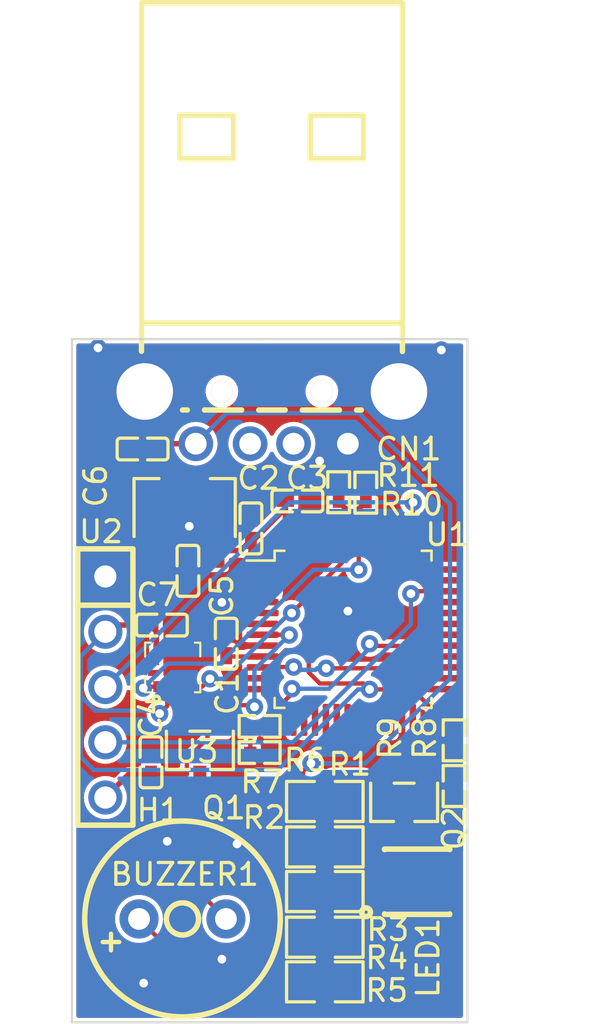
<source format=kicad_pcb>
(kicad_pcb (version 20211014) (generator pcbnew)
  (layers (0 "F.Cu" signal) (31 "B.Cu" signal) (34 "B.Paste" user) (35 "F.Paste" user) (36 "B.SilkS" user "B.Silkscreen") (37 "F.SilkS" user "F.Silkscreen") (38 "B.Mask" user) (39 "F.Mask" user) (44 "Edge.Cuts" user))
  (net 0 "")
  (net 1 "+5V")
  (net 2 "Net-(BUZZER1-Pad2)")
  (net 3 "+3.3V")
  (net 4 "GND")
  (net 5 "/NRST")
  (net 8 "/SWDIO")
  (net 9 "/SWCLK")
  (net 10 "Net-(LED1-Pad1)")
  (net 11 "Net-(LED1-Pad2)")
  (net 12 "Net-(Q1-Pad1)")
  (net 13 "Net-(Q2-Pad1)")
  (net 14 "/Buzzer")
  (net 15 "/LED")
  (net 16 "/SCL")
  (net 17 "/SDA")
  (footprint "easyeda2kicad:R0402" (layer "F.Cu") (at 159.475 78.5375 90)
    (fp_text reference "R11" (at 0.77 3.2 180) (layer "F.SilkS"))
    (fp_text value "10kΩ 0402 50V")
    (pad "1" smd rect locked (at -0.43 0 90) (size 0.57 0.54) (layers "F.Cu" "F.Paste" "F.Mask") (net 17 "/SDA"))
    (pad "2" smd rect locked (at 0.43 0 90) (size 0.57 0.54) (layers "F.Cu" "F.Paste" "F.Mask") (net 3 "+3.3V"))
  )
  (footprint "easyeda2kicad:LGA-12_L2.0-W2.0-P0.50-BL" (layer "F.Cu") (at 151.8375 86.5925)
    (fp_text reference "U3" (at 1.1 3.8575 180) (layer "F.SilkS"))
    (fp_text value "LIS2DH12TR")
    (pad "1" smd rect locked (at -0.75 0.88) (size 0.28 0.5) (layers "F.Cu" "F.Paste" "F.Mask") (net 16 "/SCL"))
    (pad "2" smd rect locked (at -0.25 0.88) (size 0.28 0.5) (layers "F.Cu" "F.Paste" "F.Mask") (net 3 "+3.3V"))
    (pad "3" smd rect locked (at 0.25 0.88) (size 0.28 0.5) (layers "F.Cu" "F.Paste" "F.Mask"))
    (pad "4" smd rect locked (at 0.75 0.88) (size 0.28 0.5) (layers "F.Cu" "F.Paste" "F.Mask") (net 17 "/SDA"))
    (pad "5" smd rect locked (at 0.88 0.25) (size 0.5 0.28) (layers "F.Cu" "F.Paste" "F.Mask") (net 4 "GND"))
    (pad "6" smd rect locked (at 0.88 -0.25) (size 0.5 0.28) (layers "F.Cu" "F.Paste" "F.Mask") (net 4 "GND"))
    (pad "7" smd rect locked (at 0.75 -0.88) (size 0.28 0.5) (layers "F.Cu" "F.Paste" "F.Mask") (net 4 "GND"))
    (pad "8" smd rect locked (at 0.25 -0.88) (size 0.28 0.5) (layers "F.Cu" "F.Paste" "F.Mask") (net 4 "GND"))
    (pad "9" smd rect locked (at -0.25 -0.88) (size 0.28 0.5) (layers "F.Cu" "F.Paste" "F.Mask") (net 4 "GND"))
    (pad "10" smd rect locked (at -0.75 -0.88) (size 0.28 0.5) (layers "F.Cu" "F.Paste" "F.Mask") (net 3 "+3.3V"))
    (pad "11" smd rect locked (at -0.88 -0.25) (size 0.5 0.28) (layers "F.Cu" "F.Paste" "F.Mask"))
    (pad "12" smd rect locked (at -0.88 0.25) (size 0.5 0.28) (layers "F.Cu" "F.Paste" "F.Mask"))
  )
  (footprint "easyeda2kicad:R0805" (layer "F.Cu") (at 158.8375 96.89 180)
    (fp_text reference "R3" (at -2.9 -1.75) (layer "F.SilkS"))
    (fp_text value "33Ω")
    (pad "1" smd rect locked (at -1 0 180) (size 1.13 1.38) (layers "F.Cu" "F.Paste" "F.Mask") (net 10 "Net-(LED1-Pad1)"))
    (pad "2" smd rect locked (at 1 0 180) (size 1.13 1.38) (layers "F.Cu" "F.Paste" "F.Mask") (net 1 "+5V"))
  )
  (footprint "easyeda2kicad:R0402" (layer "F.Cu") (at 155.8375 89.3 180)
    (fp_text reference "R6" (at -2.1 -1.55 180) (layer "F.SilkS"))
    (fp_text value "100Ω 0402 50V")
    (pad "1" smd rect locked (at -0.43 0 180) (size 0.57 0.54) (layers "F.Cu" "F.Paste" "F.Mask") (net 14 "/Buzzer"))
    (pad "2" smd rect locked (at 0.43 0 180) (size 0.57 0.54) (layers "F.Cu" "F.Paste" "F.Mask") (net 12 "Net-(Q1-Pad1)"))
  )
  (footprint "easyeda2kicad:C0402" (layer "F.Cu") (at 150.45 76.55)
    (fp_text reference "C6" (at -2.1625 1.7 90) (layer "F.SilkS"))
    (fp_text value "1uF 25V")
    (pad "1" smd rect locked (at -0.55 0) (size 0.79 0.54) (layers "F.Cu" "F.Paste" "F.Mask") (net 4 "GND"))
    (pad "2" smd rect locked (at 0.55 0) (size 0.79 0.54) (layers "F.Cu" "F.Paste" "F.Mask") (net 1 "+5V"))
  )
  (footprint "easyeda2kicad:C0402" (layer "F.Cu") (at 152.5375 82.15 90)
    (fp_text reference "C5" (at -1.15 1.5625 270) (layer "F.SilkS"))
    (fp_text value "1uF 25V")
    (pad "1" smd rect locked (at -0.55 0 90) (size 0.79 0.54) (layers "F.Cu" "F.Paste" "F.Mask") (net 4 "GND"))
    (pad "2" smd rect locked (at 0.55 0 90) (size 0.79 0.54) (layers "F.Cu" "F.Paste" "F.Mask") (net 3 "+3.3V"))
  )
  (footprint "easyeda2kicad:SOT-89-3_L4.5-W2.5-P1.50-LS4.2-BR" (layer "F.Cu") (at 152.3875 79.86 -90)
    (fp_text reference "U2" (at 0.49 3.85) (layer "F.SilkS"))
    (fp_text value "HT7533-1_C14289")
    (pad "1" smd rect locked (at 1.36 1.5 270) (size 1.58 0.67) (layers "F.Cu" "F.Paste" "F.Mask") (net 4 "GND"))
    (pad "2" smd custom locked (at -1.36 0) (size 1 1) (layers "F.Cu" "F.Paste" "F.Mask") (net 1 "+5V") (options (clearance outline) (anchor circle)) (primitives (gr_poly (pts (xy -2.28 -0.95) (xy -0.43 -0.95) (xy -0.38 -0.95) (xy -0.34 -0.95) (xy -0.29 -0.94) (xy -0.25 -0.93) (xy -0.2 -0.92) (xy -0.16 -0.91) (xy -0.12 -0.9) (xy -0.08 -0.88) (xy -0.04 -0.87) (xy 0 -0.85) (xy 0.04 -0.83) (xy 0.08 -0.8) (xy 0.12 -0.78) (xy 0.15 -0.75) (xy 0.19 -0.72) (xy 0.22 -0.69) (xy 0.25 -0.66) (xy 0.28 -0.63) (xy 0.31 -0.6) (xy 0.34 -0.56) (xy 0.37 -0.53) (xy 0.39 -0.49) (xy 0.41 -0.45) (xy 0.43 -0.41) (xy 0.45 -0.33) (xy 2.15 -0.33) (xy 2.15 0.33) (xy 0.45 0.33) (xy 0.43 0.41) (xy 0.41 0.45) (xy 0.39 0.49) (xy 0.37 0.53) (xy 0.34 0.56) (xy 0.31 0.6) (xy 0.28 0.63) (xy 0.25 0.66) (xy 0.22 0.7) (xy 0.19 0.72) (xy 0.15 0.75) (xy 0.12 0.78) (xy 0.08 0.8) (xy 0.04 0.83) (xy 0 0.85) (xy -0.04 0.87) (xy -0.08 0.88) (xy -0.12 0.9) (xy -0.16 0.91) (xy -0.2 0.92) (xy -0.25 0.93) (xy -0.29 0.94) (xy -0.34 0.95) (xy -0.38 0.95) (xy -0.43 0.95) (xy -2.28 0.95) (xy -2.32 0.95) (xy -2.37 0.95) (xy -2.41 0.94) (xy -2.46 0.93) (xy -2.5 0.92) (xy -2.54 0.91) (xy -2.59 0.9) (xy -2.63 0.88) (xy -2.67 0.87) (xy -2.71 0.85) (xy -2.75 0.83) (xy -2.79 0.8) (xy -2.82 0.78) (xy -2.86 0.75) (xy -2.89 0.72) (xy -2.93 0.7) (xy -2.96 0.66) (xy -2.99 0.63) (xy -3.02 0.6) (xy -3.05 0.56) (xy -3.07 0.53) (xy -3.09 0.49) (xy -3.12 0.45) (xy -3.14 0.41) (xy -3.16 0.37) (xy -3.17 0.33) (xy -3.19 0.29) (xy -3.2 0.24) (xy -3.21 0.2) (xy -3.22 0.16) (xy -3.22 0.11) (xy -3.23 0.07) (xy -3.23 0.02) (xy -3.23 -0.02) (xy -3.23 -0.07) (xy -3.22 -0.11) (xy -3.22 -0.15) (xy -3.21 -0.2) (xy -3.2 -0.24) (xy -3.19 -0.28) (xy -3.17 -0.33) (xy -3.16 -0.37) (xy -3.14 -0.41) (xy -3.12 -0.45) (xy -3.09 -0.49) (xy -3.07 -0.53) (xy -3.05 -0.56) (xy -3.02 -0.6) (xy -2.99 -0.63) (xy -2.96 -0.66) (xy -2.93 -0.69) (xy -2.89 -0.72) (xy -2.86 -0.75) (xy -2.82 -0.78) (xy -2.79 -0.8) (xy -2.75 -0.83) (xy -2.71 -0.85) (xy -2.67 -0.87) (xy -2.63 -0.88) (xy -2.59 -0.9) (xy -2.54 -0.91) (xy -2.5 -0.92) (xy -2.46 -0.93) (xy -2.41 -0.94) (xy -2.37 -0.95) (xy -2.32 -0.95) (xy -2.28 -0.95)) (width 0.1) (fill yes))))
    (pad "3" smd rect locked (at 1.36 -1.5 270) (size 1.58 0.67) (layers "F.Cu" "F.Paste" "F.Mask") (net 3 "+3.3V"))
  )
  (footprint "easyeda2kicad:R0402" (layer "F.Cu") (at 164.7875 92.04 90)
    (fp_text reference "R9" (at 2.2 -2.95 90) (layer "F.SilkS"))
    (fp_text value "10kΩ 0402 50V")
    (pad "1" smd rect locked (at -0.43 0 90) (size 0.57 0.54) (layers "F.Cu" "F.Paste" "F.Mask") (net 4 "GND"))
    (pad "2" smd rect locked (at 0.43 0 90) (size 0.57 0.54) (layers "F.Cu" "F.Paste" "F.Mask") (net 13 "Net-(Q2-Pad1)"))
  )
  (footprint "easyeda2kicad:C0402_NEW" (layer "F.Cu") (at 150.8375 90.95 -90)
    (fp_text reference "C4" (at -2.1 0 90) (layer "F.SilkS"))
    (fp_text value "16V 100nF")
    (pad "1" smd rect locked (at -0.55 0 270) (size 0.79 0.54) (layers "F.Cu" "F.Paste" "F.Mask") (net 4 "GND"))
    (pad "2" smd rect locked (at 0.55 0 270) (size 0.79 0.54) (layers "F.Cu" "F.Paste" "F.Mask") (net 5 "/NRST"))
  )
  (footprint "easyeda2kicad:R0805" (layer "F.Cu") (at 158.8375 98.99 180)
    (fp_text reference "R4" (at -2.85 -0.95) (layer "F.SilkS"))
    (fp_text value "33Ω")
    (pad "1" smd rect locked (at -1 0 180) (size 1.13 1.38) (layers "F.Cu" "F.Paste" "F.Mask") (net 10 "Net-(LED1-Pad1)"))
    (pad "2" smd rect locked (at 1 0 180) (size 1.13 1.38) (layers "F.Cu" "F.Paste" "F.Mask") (net 1 "+5V"))
  )
  (footprint "easyeda2kicad:R0402" (layer "F.Cu") (at 164.7875 89.94 -90)
    (fp_text reference "R8" (at -0.1 1.35 90) (layer "F.SilkS"))
    (fp_text value "100Ω 0402 50V")
    (pad "1" smd rect locked (at -0.43 0 270) (size 0.57 0.54) (layers "F.Cu" "F.Paste" "F.Mask") (net 15 "/LED"))
    (pad "2" smd rect locked (at 0.43 0 270) (size 0.57 0.54) (layers "F.Cu" "F.Paste" "F.Mask") (net 13 "Net-(Q2-Pad1)"))
  )
  (footprint "easyeda2kicad:LED-SMD_L3.0-W3.0_WHITE" (layer "F.Cu") (at 162.7375 96.44)
    (fp_text reference "LED1" (at 0.85 3.5 90) (layer "F.SilkS"))
    (fp_text value "XL-3030UWC-1W-3V")
    (pad "1" smd rect locked (at -1 0 180) (size 1 2.5) (layers "F.Cu" "F.Paste" "F.Mask") (net 10 "Net-(LED1-Pad1)"))
    (pad "2" smd rect locked (at 1 0 180) (size 2.2 2.5) (layers "F.Cu" "F.Paste" "F.Mask") (net 11 "Net-(LED1-Pad2)"))
  )
  (footprint "easyeda2kicad:R0805" (layer "F.Cu") (at 158.8375 92.75 180)
    (fp_text reference "R1" (at -1.15 1.71) (layer "F.SilkS"))
    (fp_text value "33Ω")
    (pad "1" smd rect locked (at -1 0 180) (size 1.13 1.38) (layers "F.Cu" "F.Paste" "F.Mask") (net 10 "Net-(LED1-Pad1)"))
    (pad "2" smd rect locked (at 1 0 180) (size 1.13 1.38) (layers "F.Cu" "F.Paste" "F.Mask") (net 1 "+5V"))
  )
  (footprint "easyeda2kicad:C0402" (layer "F.Cu") (at 155.4375 80.2 -90)
    (fp_text reference "C2" (at -2.3 -0.35) (layer "F.SilkS"))
    (fp_text value "1uF 25V")
    (pad "1" smd rect locked (at -0.55 0 270) (size 0.79 0.54) (layers "F.Cu" "F.Paste" "F.Mask") (net 4 "GND"))
    (pad "2" smd rect locked (at 0.55 0 270) (size 0.79 0.54) (layers "F.Cu" "F.Paste" "F.Mask") (net 3 "+3.3V"))
  )
  (footprint "easyeda2kicad:SOT-23-3_L2.9-W1.6-P1.90-LS2.8-BR" (layer "F.Cu") (at 162.4875 92.79 90)
    (fp_text reference "Q2" (at -1.2 2.3 270) (layer "F.SilkS"))
    (fp_text value "AO3400A")
    (pad "1" smd rect locked (at 1.24 0.95 90) (size 1.07 0.6) (layers "F.Cu" "F.Paste" "F.Mask") (net 13 "Net-(Q2-Pad1)"))
    (pad "2" smd rect locked (at 1.24 -0.95 90) (size 1.07 0.6) (layers "F.Cu" "F.Paste" "F.Mask") (net 4 "GND"))
    (pad "3" smd rect locked (at -1.24 0 90) (size 1.07 0.6) (layers "F.Cu" "F.Paste" "F.Mask") (net 11 "Net-(LED1-Pad2)"))
  )
  (footprint "easyeda2kicad:R0402" (layer "F.Cu") (at 155.8375 90.5 180)
    (fp_text reference "R7" (at -0.1 -1.35 180) (layer "F.SilkS"))
    (fp_text value "10kΩ 0402 50V")
    (pad "1" smd rect locked (at -0.43 0 180) (size 0.57 0.54) (layers "F.Cu" "F.Paste" "F.Mask") (net 4 "GND"))
    (pad "2" smd rect locked (at 0.43 0 180) (size 0.57 0.54) (layers "F.Cu" "F.Paste" "F.Mask") (net 12 "Net-(Q1-Pad1)"))
  )
  (footprint "easyeda2kicad:BUZ-TH_BD9.0-P4.00-D0.6-FD" (layer "F.Cu") (at 152.2875 98.15)
    (fp_text reference "BUZZER1" (at 0.1 -2.05) (layer "F.SilkS"))
    (fp_text value "Buzzer 2-5V")
    (fp_text user "+" (at -4.04 0.99) (layer "F.SilkS") (effects (font (thickness 0.2)) (justify left)))
    (pad "1" thru_hole circle locked (at -2 0) (size 1.8 1.8) (drill 0.999998) (layers *.Cu *.Paste *.Mask) (net 1 "+5V"))
    (pad "2" thru_hole circle locked (at 2 0) (size 1.8 1.8) (drill 0.999998) (layers *.Cu *.Paste *.Mask) (net 2 "Net-(BUZZER1-Pad2)"))
  )
  (footprint "easyeda2kicad:R0402" (layer "F.Cu") (at 160.725 78.5575 90)
    (fp_text reference "R10" (at -0.53 2.1 180) (layer "F.SilkS"))
    (fp_text value "10kΩ 0402 50V")
    (pad "1" smd rect locked (at -0.43 0 90) (size 0.57 0.54) (layers "F.Cu" "F.Paste" "F.Mask") (net 16 "/SCL"))
    (pad "2" smd rect locked (at 0.43 0 90) (size 0.57 0.54) (layers "F.Cu" "F.Paste" "F.Mask") (net 3 "+3.3V"))
  )
  (footprint "easyeda2kicad:R0805" (layer "F.Cu") (at 158.8375 94.84 180)
    (fp_text reference "R2" (at 2.8 1.35) (layer "F.SilkS"))
    (fp_text value "33Ω")
    (pad "1" smd rect locked (at -1 0 180) (size 1.13 1.38) (layers "F.Cu" "F.Paste" "F.Mask") (net 10 "Net-(LED1-Pad1)"))
    (pad "2" smd rect locked (at 1 0 180) (size 1.13 1.38) (layers "F.Cu" "F.Paste" "F.Mask") (net 1 "+5V"))
  )
  (footprint "easyeda2kicad:R0805" (layer "F.Cu") (at 158.8375 101.04 180)
    (fp_text reference "R5" (at -2.85 -0.4) (layer "F.SilkS"))
    (fp_text value "33Ω")
    (pad "1" smd rect locked (at -1 0 180) (size 1.13 1.38) (layers "F.Cu" "F.Paste" "F.Mask") (net 10 "Net-(LED1-Pad1)"))
    (pad "2" smd rect locked (at 1 0 180) (size 1.13 1.38) (layers "F.Cu" "F.Paste" "F.Mask") (net 1 "+5V"))
  )
  (footprint "easyeda2kicad:C0402" (layer "F.Cu") (at 154.3 85.5 -90)
    (fp_text reference "C1" (at 2.3 -0.05 90) (layer "F.SilkS"))
    (fp_text value "1uF 25V")
    (pad "1" smd rect locked (at -0.55 0 270) (size 0.79 0.54) (layers "F.Cu" "F.Paste" "F.Mask") (net 4 "GND"))
    (pad "2" smd rect locked (at 0.55 0 270) (size 0.79 0.54) (layers "F.Cu" "F.Paste" "F.Mask") (net 3 "+3.3V"))
  )
  (footprint "easyeda2kicad:C0402" (layer "F.Cu") (at 157.575 78.9375 180)
    (fp_text reference "C3" (at -0.45 1.05) (layer "F.SilkS"))
    (fp_text value "1uF 25V")
    (pad "1" smd rect locked (at -0.55 0 180) (size 0.79 0.54) (layers "F.Cu" "F.Paste" "F.Mask") (net 4 "GND"))
    (pad "2" smd rect locked (at 0.55 0 180) (size 0.79 0.54) (layers "F.Cu" "F.Paste" "F.Mask") (net 3 "+3.3V"))
  )
  (footprint "easyeda2kicad:USB-A-TH_AM90" (layer "F.Cu") (at 156.4 75.1075 180)
    (fp_text reference "CN1" (at -6.3 -1.4425) (layer "F.SilkS"))
    (fp_text value "USB Male")
    (pad "" thru_hole circle locked (at 2.3 1.2 180) (size 1 1) (drill 1) (layers *.Cu *.Mask))
    (pad "" thru_hole circle locked (at -2.3 1.2 180) (size 1 1) (drill 1) (layers *.Cu *.Mask))
    (pad "1" thru_hole circle locked (at 3.5 -1.2 90) (size 1.6 1.6) (drill 0.999998) (layers *.Cu *.Paste *.Mask) (net 1 "+5V"))
    (pad "2" thru_hole circle locked (at 1 -1.2 90) (size 1.6 1.6) (drill 0.999998) (layers *.Cu *.Paste *.Mask))
    (pad "3" thru_hole circle locked (at -1 -1.2 90) (size 1.6 1.6) (drill 0.999998) (layers *.Cu *.Paste *.Mask))
    (pad "4" thru_hole circle locked (at -3.5 -1.2 90) (size 1.6 1.6) (drill 0.999998) (layers *.Cu *.Paste *.Mask) (net 4 "GND"))
    (pad "MH1" thru_hole circle locked (at 5.85 1.2 90) (size 3.4 3.4) (drill 2.599995) (layers *.Cu *.Paste *.Mask) (net 4 "GND"))
    (pad "MH2" thru_hole circle locked (at -5.85 1.2 90) (size 3.4 3.4) (drill 2.599995) (layers *.Cu *.Paste *.Mask) (net 4 "GND"))
  )
  (footprint "easyeda2kicad:HDR-TH_5P-P2.54-V-F" (layer "F.Cu") (at 148.7375 87.49 -90)
    (fp_text reference "H1" (at 5.66 -2.45 180) (layer "F.SilkS"))
    (fp_text value "Header 2.54 5P Female")
    (pad "1" thru_hole rect locked (at -5.08 0 270) (size 1.57 1.57) (drill 1.020013) (layers *.Cu *.Paste *.Mask) (net 4 "GND"))
    (pad "2" thru_hole circle locked (at -2.54 0 270) (size 1.57 1.57) (drill 1.020013) (layers *.Cu *.Paste *.Mask) (net 3 "+3.3V"))
    (pad "3" thru_hole circle locked (at 0 0 270) (size 1.57 1.57) (drill 1.020013) (layers *.Cu *.Paste *.Mask) (net 9 "/SWCLK"))
    (pad "4" thru_hole circle locked (at 2.54 0 270) (size 1.57 1.57) (drill 1.020013) (layers *.Cu *.Paste *.Mask) (net 8 "/SWDIO"))
    (pad "5" thru_hole circle locked (at 5.08 0 270) (size 1.57 1.57) (drill 1.020013) (layers *.Cu *.Paste *.Mask) (net 5 "/NRST"))
  )
  (footprint "Package_QFP:LQFP-48_7x7mm_P0.5mm" (layer "F.Cu") (at 160.1375 84.8375)
    (fp_text reference "U1" (at 4.3375 -4.35) (layer "F.SilkS"))
    (fp_text value "STM32F030C8Tx")
    (pad "1" smd roundrect (at -4.1625 -2.75) (size 1.475 0.3) (layers "F.Cu" "F.Paste" "F.Mask") (net 3 "+3.3V"))
    (pad "2" smd roundrect (at -4.1625 -2.25) (size 1.475 0.3) (layers "F.Cu" "F.Paste" "F.Mask"))
    (pad "3" smd roundrect (at -4.1625 -1.75) (size 1.475 0.3) (layers "F.Cu" "F.Paste" "F.Mask"))
    (pad "4" smd roundrect (at -4.1625 -1.25) (size 1.475 0.3) (layers "F.Cu" "F.Paste" "F.Mask"))
    (pad "5" smd roundrect (at -4.1625 -0.75) (size 1.475 0.3) (layers "F.Cu" "F.Paste" "F.Mask"))
    (pad "6" smd roundrect (at -4.1625 -0.25) (size 1.475 0.3) (layers "F.Cu" "F.Paste" "F.Mask"))
    (pad "7" smd roundrect (at -4.1625 0.25) (size 1.475 0.3) (layers "F.Cu" "F.Paste" "F.Mask") (net 5 "/NRST"))
    (pad "8" smd roundrect (at -4.1625 0.75) (size 1.475 0.3) (layers "F.Cu" "F.Paste" "F.Mask") (net 4 "GND"))
    (pad "9" smd roundrect (at -4.1625 1.25) (size 1.475 0.3) (layers "F.Cu" "F.Paste" "F.Mask") (net 3 "+3.3V"))
    (pad "10" smd roundrect (at -4.1625 1.75) (size 1.475 0.3) (layers "F.Cu" "F.Paste" "F.Mask") (net 15 "/LED"))
    (pad "11" smd roundrect (at -4.1625 2.25) (size 1.475 0.3) (layers "F.Cu" "F.Paste" "F.Mask"))
    (pad "12" smd roundrect (at -4.1625 2.75) (size 1.475 0.3) (layers "F.Cu" "F.Paste" "F.Mask"))
    (pad "13" smd roundrect (at -2.75 4.1625) (size 0.3 1.475) (layers "F.Cu" "F.Paste" "F.Mask"))
    (pad "14" smd roundrect (at -2.25 4.1625) (size 0.3 1.475) (layers "F.Cu" "F.Paste" "F.Mask"))
    (pad "15" smd roundrect (at -1.75 4.1625) (size 0.3 1.475) (layers "F.Cu" "F.Paste" "F.Mask"))
    (pad "16" smd roundrect (at -1.25 4.1625) (size 0.3 1.475) (layers "F.Cu" "F.Paste" "F.Mask"))
    (pad "17" smd roundrect (at -0.75 4.1625) (size 0.3 1.475) (layers "F.Cu" "F.Paste" "F.Mask"))
    (pad "18" smd roundrect (at -0.25 4.1625) (size 0.3 1.475) (layers "F.Cu" "F.Paste" "F.Mask"))
    (pad "19" smd roundrect (at 0.25 4.1625) (size 0.3 1.475) (layers "F.Cu" "F.Paste" "F.Mask"))
    (pad "20" smd roundrect (at 0.75 4.1625) (size 0.3 1.475) (layers "F.Cu" "F.Paste" "F.Mask"))
    (pad "21" smd roundrect (at 1.25 4.1625) (size 0.3 1.475) (layers "F.Cu" "F.Paste" "F.Mask"))
    (pad "22" smd roundrect (at 1.75 4.1625) (size 0.3 1.475) (layers "F.Cu" "F.Paste" "F.Mask"))
    (pad "23" smd roundrect (at 2.25 4.1625) (size 0.3 1.475) (layers "F.Cu" "F.Paste" "F.Mask") (net 4 "GND"))
    (pad "24" smd roundrect (at 2.75 4.1625) (size 0.3 1.475) (layers "F.Cu" "F.Paste" "F.Mask") (net 3 "+3.3V"))
    (pad "25" smd roundrect (at 4.1625 2.75) (size 1.475 0.3) (layers "F.Cu" "F.Paste" "F.Mask"))
    (pad "26" smd roundrect (at 4.1625 2.25) (size 1.475 0.3) (layers "F.Cu" "F.Paste" "F.Mask"))
    (pad "27" smd roundrect (at 4.1625 1.75) (size 1.475 0.3) (layers "F.Cu" "F.Paste" "F.Mask"))
    (pad "28" smd roundrect (at 4.1625 1.25) (size 1.475 0.3) (layers "F.Cu" "F.Paste" "F.Mask"))
    (pad "29" smd roundrect (at 4.1625 0.75) (size 1.475 0.3) (layers "F.Cu" "F.Paste" "F.Mask") (net 14 "/Buzzer"))
    (pad "30" smd roundrect (at 4.1625 0.25) (size 1.475 0.3) (layers "F.Cu" "F.Paste" "F.Mask"))
    (pad "31" smd roundrect (at 4.1625 -0.25) (size 1.475 0.3) (layers "F.Cu" "F.Paste" "F.Mask"))
    (pad "32" smd roundrect (at 4.1625 -0.75) (size 1.475 0.3) (layers "F.Cu" "F.Paste" "F.Mask"))
    (pad "33" smd roundrect (at 4.1625 -1.25) (size 1.475 0.3) (layers "F.Cu" "F.Paste" "F.Mask"))
    (pad "34" smd roundrect (at 4.1625 -1.75) (size 1.475 0.3) (layers "F.Cu" "F.Paste" "F.Mask") (net 8 "/SWDIO"))
    (pad "35" smd roundrect (at 4.1625 -2.25) (size 1.475 0.3) (layers "F.Cu" "F.Paste" "F.Mask"))
    (pad "36" smd roundrect (at 4.1625 -2.75) (size 1.475 0.3) (layers "F.Cu" "F.Paste" "F.Mask"))
    (pad "37" smd roundrect (at 2.75 -4.1625) (size 0.3 1.475) (layers "F.Cu" "F.Paste" "F.Mask") (net 9 "/SWCLK"))
    (pad "38" smd roundrect (at 2.25 -4.1625) (size 0.3 1.475) (layers "F.Cu" "F.Paste" "F.Mask"))
    (pad "39" smd roundrect (at 1.75 -4.1625) (size 0.3 1.475) (layers "F.Cu" "F.Paste" "F.Mask"))
    (pad "40" smd roundrect (at 1.25 -4.1625) (size 0.3 1.475) (layers "F.Cu" "F.Paste" "F.Mask"))
    (pad "41" smd roundrect (at 0.75 -4.1625) (size 0.3 1.475) (layers "F.Cu" "F.Paste" "F.Mask"))
    (pad "42" smd roundrect (at 0.25 -4.1625) (size 0.3 1.475) (layers "F.Cu" "F.Paste" "F.Mask") (net 16 "/SCL"))
    (pad "43" smd roundrect (at -0.25 -4.1625) (size 0.3 1.475) (layers "F.Cu" "F.Paste" "F.Mask") (net 17 "/SDA"))
    (pad "44" smd roundrect (at -0.75 -4.1625) (size 0.3 1.475) (layers "F.Cu" "F.Paste" "F.Mask") (net 4 "GND"))
    (pad "45" smd roundrect (at -1.25 -4.1625) (size 0.3 1.475) (layers "F.Cu" "F.Paste" "F.Mask"))
    (pad "46" smd roundrect (at -1.75 -4.1625) (size 0.3 1.475) (layers "F.Cu" "F.Paste" "F.Mask"))
    (pad "47" smd roundrect (at -2.25 -4.1625) (size 0.3 1.475) (layers "F.Cu" "F.Paste" "F.Mask") (net 4 "GND"))
    (pad "48" smd roundrect (at -2.75 -4.1625) (size 0.3 1.475) (layers "F.Cu" "F.Paste" "F.Mask") (net 3 "+3.3V"))
  )
  (footprint "easyeda2kicad:C0402" (layer "F.Cu") (at 151.3375 84.6425 180)
    (fp_text reference "C7" (at 0.2 1.3925) (layer "F.SilkS"))
    (fp_text value "1uF 25V")
    (pad "1" smd rect locked (at -0.55 0 180) (size 0.79 0.54) (layers "F.Cu" "F.Paste" "F.Mask") (net 4 "GND"))
    (pad "2" smd rect locked (at 0.55 0 180) (size 0.79 0.54) (layers "F.Cu" "F.Paste" "F.Mask") (net 3 "+3.3V"))
  )
  (footprint "easyeda2kicad:SOT-23-3_L2.9-W1.6-P1.90-LS2.8-BR" (layer "F.Cu") (at 153.0875 90.4 90)
    (fp_text reference "Q1" (at -2.65 1.1 180) (layer "F.SilkS"))
    (fp_text value "AO3400A")
    (pad "1" smd rect locked (at 1.24 0.95 90) (size 1.07 0.6) (layers "F.Cu" "F.Paste" "F.Mask") (net 12 "Net-(Q1-Pad1)"))
    (pad "2" smd rect locked (at 1.24 -0.95 90) (size 1.07 0.6) (layers "F.Cu" "F.Paste" "F.Mask") (net 4 "GND"))
    (pad "3" smd rect locked (at -1.24 0 90) (size 1.07 0.6) (layers "F.Cu" "F.Paste" "F.Mask") (net 2 "Net-(BUZZER1-Pad2)"))
  )
  (gr_line (start 152.4 102.9) (end 165.4 102.9) (layer "Edge.Cuts") (width 0.1))
  (gr_line (start 147.2 71.5) (end 147.2 102.9) (layer "Edge.Cuts") (width 0.1))
  (gr_line (start 156.3 71.5) (end 165.4 71.5) (layer "Edge.Cuts") (width 0.1))
  (gr_line (start 152.4 102.9) (end 147.2 102.9) (layer "Edge.Cuts") (width 0.1))
  (gr_line (start 156.3 71.5) (end 147.2 71.5) (layer "Edge.Cuts") (width 0.1))
  (gr_line (start 165.4 71.5) (end 165.4 102.9) (layer "Edge.Cuts") (width 0.1))
  (segment (start 152.9 76.3075) (end 151.2425 76.3075) (width 0.25) (layer "F.Cu") (net 1))
  (segment (start 157.8375 101.04) (end 157.8375 92.75) (width 0.2) (layer "F.Cu") (net 1))
  (segment (start 150.2875 98.15) (end 153.1775 101.04) (width 0.2) (layer "F.Cu") (net 1))
  (segment (start 157.8375 91.3625) (end 158.2 91) (width 0.2) (layer "F.Cu") (net 1))
  (segment (start 151.2425 76.3075) (end 151 76.55) (width 0.25) (layer "F.Cu") (net 1))
  (segment (start 157.8375 92.75) (end 157.8375 91.3625) (width 0.2) (layer "F.Cu") (net 1))
  (segment (start 151 77.1125) (end 152.3875 78.5) (width 0.25) (layer "F.Cu") (net 1))
  (segment (start 153.1775 101.04) (end 157.8375 101.04) (width 0.2) (layer "F.Cu") (net 1))
  (segment (start 151 76.55) (end 151 77.1125) (width 0.25) (layer "F.Cu") (net 1))
  (via (at 158.2 91) (size 0.8) (drill 0.4) (layers "F.Cu" "B.Cu") (net 1))
  (segment (start 164.6 79.085928) (end 160.414072 74.9) (width 0.2) (layer "B.Cu") (net 1))
  (segment (start 154.3075 74.9) (end 152.9 76.3075) (width 0.2) (layer "B.Cu") (net 1))
  (segment (start 160.7 91) (end 164.6 87.1) (width 0.2) (layer "B.Cu") (net 1))
  (segment (start 160.414072 74.9) (end 154.3075 74.9) (width 0.2) (layer "B.Cu") (net 1))
  (segment (start 158.2 91) (end 160.7 91) (width 0.2) (layer "B.Cu") (net 1))
  (segment (start 164.6 87.1) (end 164.6 79.085928) (width 0.2) (layer "B.Cu") (net 1))
  (segment (start 153.0875 96.95) (end 154.2875 98.15) (width 0.2) (layer "F.Cu") (net 2))
  (segment (start 153.0875 91.64) (end 153.0875 96.95) (width 0.2) (layer "F.Cu") (net 2))
  (segment (start 157.025 78.9375) (end 157.025 80.3125) (width 0.25) (layer "F.Cu") (net 3))
  (segment (start 155.55 80.75) (end 157 79.3) (width 0.25) (layer "F.Cu") (net 3))
  (segment (start 156.74283 86.0875) (end 155.975 86.0875) (width 0.2) (layer "F.Cu") (net 3))
  (segment (start 157.025 80.3125) (end 157.3875 80.675) (width 0.25) (layer "F.Cu") (net 3))
  (segment (start 162.8875 88.175686) (end 162.311814 87.6) (width 0.2) (layer "F.Cu") (net 3))
  (segment (start 159.475 78.1075) (end 160.705 78.1075) (width 0.25) (layer "F.Cu") (net 3))
  (segment (start 157.025 78.4175) (end 157.335 78.1075) (width 0.25) (layer "F.Cu") (net 3))
  (segment (start 151.5875 88.361508) (end 151.237998 88.71101) (width 0.2) (layer "F.Cu") (net 3))
  (segment (start 151.0875 84.9425) (end 150.7875 84.6425) (width 0.25) (layer "F.Cu") (net 3))
  (segment (start 162.8875 89) (end 162.8875 88.175686) (width 0.2) (layer "F.Cu") (net 3))
  (segment (start 157.335 78.1075) (end 159.475 78.1075) (width 0.25) (layer "F.Cu") (net 3))
  (segment (start 152.3225 81.6) (end 152.5375 81.6) (width 0.25) (layer "F.Cu") (net 3))
  (segment (start 160.628276 87.328276) (end 158.609546 87.328276) (width 0.2) (layer "F.Cu") (net 3))
  (segment (start 157.025 78.9375) (end 157.025 78.4175) (width 0.25) (layer "F.Cu") (net 3))
  (segment (start 151.0875 85.7125) (end 151.0875 84.9425) (width 0.25) (layer "F.Cu") (net 3))
  (segment (start 158.1 86.81873) (end 158.1 86.2) (width 0.2) (layer "F.Cu") (net 3))
  (segment (start 150.7875 84.6425) (end 150.7875 83.135) (width 0.25) (layer "F.Cu") (net 3))
  (segment (start 153.8875 81.22) (end 154.9675 81.22) (width 0.25) (layer "F.Cu") (net 3))
  (segment (start 155.4375 80.75) (end 155.4375 81.55) (width 0.25) (layer "F.Cu") (net 3))
  (segment (start 149.045 84.6425) (end 148.7375 84.95) (width 0.25) (layer "F.Cu") (net 3))
  (segment (start 154.9675 81.22) (end 155.4375 80.75) (width 0.25) (layer "F.Cu") (net 3))
  (segment (start 155.4375 81.55) (end 155.975 82.0875) (width 0.25) (layer "F.Cu") (net 3))
  (segment (start 154.3375 86.0875) (end 154.3 86.05) (width 0.2) (layer "F.Cu") (net 3))
  (segment (start 158.1 86.2) (end 157.7 85.8) (width 0.2) (layer "F.Cu") (net 3))
  (segment (start 150.7875 84.6425) (end 149.045 84.6425) (width 0.25) (layer "F.Cu") (net 3))
  (segment (start 160.705 78.1075) (end 160.725 78.1275) (width 0.25) (layer "F.Cu") (net 3))
  (segment (start 155.4375 80.75) (end 155.55 80.75) (width 0.25) (layer "F.Cu") (net 3))
  (segment (start 150.7875 83.135) (end 152.3225 81.6) (width 0.25) (layer "F.Cu") (net 3))
  (segment (start 162.311814 87.6) (end 160.9 87.6) (width 0.2) (layer "F.Cu") (net 3))
  (segment (start 153.8875 81.22) (end 152.9175 81.22) (width 0.25) (layer "F.Cu") (net 3))
  (segment (start 158.609546 87.328276) (end 158.1 86.81873) (width 0.2) (layer "F.Cu") (net 3))
  (segment (start 151.5875 87.4725) (end 151.5875 88.361508) (width 0.2) (layer "F.Cu") (net 3))
  (segment (start 157.03033 85.8) (end 156.74283 86.0875) (width 0.2) (layer "F.Cu") (net 3))
  (segment (start 155.975 86.0875) (end 154.3375 86.0875) (width 0.2) (layer "F.Cu") (net 3))
  (segment (start 152.9175 81.22) (end 152.5375 81.6) (width 0.25) (layer "F.Cu") (net 3))
  (segment (start 160.9 87.6) (end 160.628276 87.328276) (width 0.2) (layer "F.Cu") (net 3))
  (segment (start 157.7 85.8) (end 157.03033 85.8) (width 0.2) (layer "F.Cu") (net 3))
  (via (at 151.237998 88.71101) (size 0.8) (drill 0.4) (layers "F.Cu" "B.Cu") (net 3))
  (via (at 160.9 87.6) (size 0.8) (drill 0.4) (layers "F.Cu" "B.Cu") (net 3))
  (segment (start 147.6 90.7) (end 147.6 87.7) (width 0.2) (layer "B.Cu") (net 3))
  (segment (start 148.2 91.3) (end 147.6 90.7) (width 0.2) (layer "B.Cu") (net 3))
  (segment (start 147.6 86.0875) (end 148.7375 84.95) (width 0.2) (layer "B.Cu") (net 3))
  (segment (start 147.6 87.9) (end 147.6 87.7) (width 0.2) (layer "B.Cu") (net 3))
  (segment (start 160.9 87.6) (end 160.365685 87.6) (width 0.2) (layer "B.Cu") (net 3))
  (segment (start 160.365685 87.6) (end 156.665685 91.3) (width 0.2) (layer "B.Cu") (net 3))
  (segment (start 147.6 87.7) (end 147.6 86.0875) (width 0.2) (layer "B.Cu") (net 3))
  (segment (start 156.665685 91.3) (end 148.2 91.3) (width 0.2) (layer "B.Cu") (net 3))
  (segment (start 148.275 88.575) (end 147.6 87.9) (width 0.2) (layer "B.Cu") (net 3))
  (segment (start 151.237998 88.71101) (end 151.101988 88.575) (width 0.2) (layer "B.Cu") (net 3))
  (segment (start 151.101988 88.575) (end 148.275 88.575) (width 0.2) (layer "B.Cu") (net 3))
  (via (at 152.6 80.1) (size 0.8) (drill 0.4) (layers "F.Cu" "B.Cu") (net 4))
  (via (at 148.4 71.9) (size 0.8) (drill 0.4) (layers "F.Cu" "B.Cu") (net 4))
  (via (at 154.8 94.7) (size 0.8) (drill 0.4) (layers "F.Cu" "B.Cu") (net 4))
  (via (at 154.1 100) (size 0.8) (drill 0.4) (layers "F.Cu" "B.Cu") (net 4))
  (via (at 151.583603 94.578684) (size 0.8) (drill 0.4) (layers "F.Cu" "B.Cu") (net 4))
  (via (at 164.2 72) (size 0.8) (drill 0.4) (layers "F.Cu" "B.Cu") (net 4))
  (via (at 150.5 101.1) (size 0.8) (drill 0.4) (layers "F.Cu" "B.Cu") (net 4))
  (via (at 158.6 77.1) (size 0.8) (drill 0.4) (layers "F.Cu" "B.Cu") (net 4))
  (via (at 159.9 84) (size 0.8) (drill 0.4) (layers "F.Cu" "B.Cu") (net 4))
  (via (at 154.1 83.6) (size 0.8) (drill 0.4) (layers "F.Cu" "B.Cu") (net 4))
  (segment (start 152.4875 90.805) (end 152.4875 91.5) (width 0.2) (layer "F.Cu") (net 5))
  (segment (start 157.1875 85.0875) (end 157.2 85.1) (width 0.2) (layer "F.Cu") (net 5))
  (segment (start 152.4875 91.5) (end 150.8375 91.5) (width 0.2) (layer "F.Cu") (net 5))
  (segment (start 153.4375 88.325) (end 153.4375 89.855) (width 0.2) (layer "F.Cu") (net 5))
  (segment (start 155.525 88.325) (end 153.4375 88.325) (width 0.2) (layer "F.Cu") (net 5))
  (segment (start 155.975 85.0875) (end 157.1875 85.0875) (width 0.2) (layer "F.Cu") (net 5))
  (segment (start 153.4375 89.855) (end 152.4875 90.805) (width 0.2) (layer "F.Cu") (net 5))
  (segment (start 155.6 88.4) (end 155.525 88.325) (width 0.2) (layer "F.Cu") (net 5))
  (segment (start 149.8075 91.5) (end 150.8375 91.5) (width 0.25) (layer "F.Cu") (net 5))
  (segment (start 148.7375 92.57) (end 149.8075 91.5) (width 0.25) (layer "F.Cu") (net 5))
  (via (at 157.2 85.1) (size 0.8) (drill 0.4) (layers "F.Cu" "B.Cu") (net 5))
  (via (at 155.6 88.4) (size 0.8) (drill 0.4) (layers "F.Cu" "B.Cu") (net 5))
  (segment (start 155.6 88.4) (end 155.6 86.7) (width 0.2) (layer "B.Cu") (net 5))
  (segment (start 155.6 86.7) (end 157.2 85.1) (width 0.2) (layer "B.Cu") (net 5))
  (segment (start 164.3 83.0875) (end 162.9125 83.0875) (width 0.2) (layer "F.Cu") (net 8))
  (segment (start 162.9125 83.0875) (end 162.8 83.2) (width 0.2) (layer "F.Cu") (net 8))
  (via (at 162.8 83.2) (size 0.8) (drill 0.4) (layers "F.Cu" "B.Cu") (net 8))
  (segment (start 157.37 90.03) (end 162.8 84.6) (width 0.2) (layer "B.Cu") (net 8))
  (segment (start 148.7375 90.03) (end 157.37 90.03) (width 0.2) (layer "B.Cu") (net 8))
  (segment (start 162.8 84.6) (end 162.8 83.2) (width 0.2) (layer "B.Cu") (net 8))
  (segment (start 162.8875 80.675) (end 162.8875 79.0125) (width 0.2) (layer "F.Cu") (net 9))
  (segment (start 162.8875 79.0125) (end 162.9 79) (width 0.2) (layer "F.Cu") (net 9))
  (via (at 162.9 79) (size 0.8) (drill 0.4) (layers "F.Cu" "B.Cu") (net 9))
  (segment (start 157.2275 79) (end 162.9 79) (width 0.2) (layer "B.Cu") (net 9))
  (segment (start 148.7375 87.49) (end 157.2275 79) (width 0.2) (layer "B.Cu") (net 9))
  (segment (start 159.8375 96.89) (end 161.2875 96.89) (width 0.2) (layer "F.Cu") (net 10))
  (segment (start 161.2875 96.89) (end 161.7375 96.44) (width 0.2) (layer "F.Cu") (net 10))
  (segment (start 159.8375 92.75) (end 159.8375 101.04) (width 0.2) (layer "F.Cu") (net 10))
  (segment (start 163.7375 96.44) (end 163.7375 95.28) (width 0.2) (layer "F.Cu") (net 11))
  (segment (start 163.7375 95.28) (end 162.4875 94.03) (width 1) (layer "F.Cu") (net 11))
  (segment (start 155.4075 89.3) (end 155.4075 90.5) (width 0.2) (layer "F.Cu") (net 12))
  (segment (start 155.4075 89.3) (end 154.1775 89.3) (width 0.2) (layer "F.Cu") (net 12))
  (segment (start 154.1775 89.3) (end 154.0375 89.16) (width 0.2) (layer "F.Cu") (net 12))
  (segment (start 164.7875 91.61) (end 164.7875 90.37) (width 0.2) (layer "F.Cu") (net 13))
  (segment (start 163.4375 91.55) (end 164.7275 91.55) (width 0.2) (layer "F.Cu") (net 13))
  (segment (start 164.7275 91.55) (end 164.7875 91.61) (width 0.2) (layer "F.Cu") (net 13))
  (segment (start 160.9 85.5) (end 161 85.6) (width 0.2) (layer "F.Cu") (net 14))
  (segment (start 161 85.6) (end 164.2875 85.6) (width 0.2) (layer "F.Cu") (net 14))
  (segment (start 156.2675 88.85217) (end 156.2675 89.3) (width 0.2) (layer "F.Cu") (net 14))
  (segment (start 164.2875 85.6) (end 164.3 85.5875) (width 0.2) (layer "F.Cu") (net 14))
  (segment (start 157.323879 87.795791) (end 156.2675 88.85217) (width 0.2) (layer "F.Cu") (net 14))
  (segment (start 157.323879 87.569598) (end 157.323879 87.795791) (width 0.2) (layer "F.Cu") (net 14))
  (via (at 160.9 85.5) (size 0.8) (drill 0.4) (layers "F.Cu" "B.Cu") (net 14))
  (via (at 157.323879 87.569598) (size 0.8) (drill 0.4) (layers "F.Cu" "B.Cu") (net 14))
  (segment (start 160.9 85.7) (end 160.9 85.5) (width 0.2) (layer "B.Cu") (net 14))
  (segment (start 157.323879 87.569598) (end 159.030402 87.569598) (width 0.2) (layer "B.Cu") (net 14))
  (segment (start 159.030402 87.569598) (end 160.9 85.7) (width 0.2) (layer "B.Cu") (net 14))
  (segment (start 161.905776 86.628276) (end 164.7875 89.51) (width 0.2) (layer "F.Cu") (net 15))
  (segment (start 158.899496 86.628276) (end 161.905776 86.628276) (width 0.2) (layer "F.Cu") (net 15))
  (segment (start 155.989463 86.573037) (end 155.975 86.5875) (width 0.2) (layer "F.Cu") (net 15))
  (segment (start 157.4005 86.573037) (end 155.989463 86.573037) (width 0.2) (layer "F.Cu") (net 15))
  (via (at 158.899496 86.628276) (size 0.8) (drill 0.4) (layers "F.Cu" "B.Cu") (net 15))
  (via (at 157.4005 86.573037) (size 0.8) (drill 0.4) (layers "F.Cu" "B.Cu") (net 15))
  (segment (start 157.4005 86.573037) (end 157.527963 86.7005) (width 0.2) (layer "B.Cu") (net 15))
  (segment (start 158.483915 86.628276) (end 158.899496 86.628276) (width 0.2) (layer "B.Cu") (net 15))
  (segment (start 158.411691 86.7005) (end 158.483915 86.628276) (width 0.2) (layer "B.Cu") (net 15))
  (segment (start 157.527963 86.7005) (end 158.411691 86.7005) (width 0.2) (layer "B.Cu") (net 15))
  (segment (start 160.7125 78.9875) (end 160.3875 79.3125) (width 0.25) (layer "F.Cu") (net 16))
  (segment (start 150.550825 87.4725) (end 150.484387 87.538938) (width 0.2) (layer "F.Cu") (net 16))
  (segment (start 160.4 80.6875) (end 160.3875 80.675) (width 0.2) (layer "F.Cu") (net 16))
  (segment (start 160.4 82.1) (end 160.4 80.6875) (width 0.2) (layer "F.Cu") (net 16))
  (segment (start 151.0875 87.4725) (end 150.550825 87.4725) (width 0.2) (layer "F.Cu") (net 16))
  (segment (start 160.3875 79.3125) (end 160.3875 80.675) (width 0.25) (layer "F.Cu") (net 16))
  (via (at 160.4 82.1) (size 0.8) (drill 0.4) (layers "F.Cu" "B.Cu") (net 16))
  (via (at 150.484387 87.538938) (size 0.8) (drill 0.4) (layers "F.Cu" "B.Cu") (net 16))
  (segment (start 158.312414 82.1) (end 160.4 82.1) (width 0.2) (layer "B.Cu") (net 16))
  (segment (start 151.611648 86.411677) (end 154.088323 86.411677) (width 0.2) (layer "B.Cu") (net 16))
  (segment (start 154.1 86.4) (end 154.1 86.312414) (width 0.2) (layer "B.Cu") (net 16))
  (segment (start 154.1 86.312414) (end 158.312414 82.1) (width 0.2) (layer "B.Cu") (net 16))
  (segment (start 150.484387 87.538938) (end 151.611648 86.411677) (width 0.2) (layer "B.Cu") (net 16))
  (segment (start 154.088323 86.411677) (end 154.1 86.4) (width 0.2) (layer "B.Cu") (net 16))
  (segment (start 159.475 78.9675) (end 159.9125 79.405) (width 0.25) (layer "F.Cu") (net 17))
  (segment (start 159.8875 81.514864) (end 159.8875 80.675) (width 0.2) (layer "F.Cu") (net 17))
  (segment (start 153.552919 87.111677) (end 153.192096 87.4725) (width 0.2) (layer "F.Cu") (net 17))
  (segment (start 159.8875 80.7875) (end 159.8875 80.675) (width 0.25) (layer "F.Cu") (net 17))
  (segment (start 157.312 84.090364) (end 159.8875 81.514864) (width 0.2) (layer "F.Cu") (net 17))
  (segment (start 159.9125 80.8125) (end 159.8875 80.7875) (width 0.25) (layer "F.Cu") (net 17))
  (segment (start 153.192096 87.4725) (end 152.5875 87.4725) (width 0.2) (layer "F.Cu") (net 17))
  (segment (start 159.9125 79.405) (end 159.9125 80.8125) (width 0.25) (layer "F.Cu") (net 17))
  (via (at 153.552919 87.111677) (size 0.8) (drill 0.4) (layers "F.Cu" "B.Cu") (net 17))
  (via (at 157.312 84.090364) (size 0.8) (drill 0.4) (layers "F.Cu" "B.Cu") (net 17))
  (segment (start 153.552919 87.111677) (end 154.199079 87.111677) (width 0.2) (layer "B.Cu") (net 17))
  (segment (start 157.1 84.210756) (end 157.1 84.1) (width 0.2) (layer "B.Cu") (net 17))
  (segment (start 157.302364 84.1) (end 157.312 84.090364) (width 0.2) (layer "B.Cu") (net 17))
  (segment (start 154.199079 87.111677) (end 157.1 84.210756) (width 0.2) (layer "B.Cu") (net 17))
  (segment (start 157.1 84.1) (end 157.302364 84.1) (width 0.2) (layer "B.Cu") (net 17))
  (zone (net 4) (net_name "GND") (layers F&B.Cu) (connect_pads yes (clearance 0.2)) (min_thickness 0.2) (fill yes (thermal_gap 0.508) (thermal_bridge_width 0.508) (island_removal_mode 2) (island_area_min 3))
    (polygon (pts (xy 165.4 102.9) (xy 147.2 102.9) (xy 146.5 70.7) (xy 165.4 70.7)))
  )
  (zone (net 10) (net_name "Net-(LED1-Pad1)") (layer "F.Cu") (priority 1) (connect_pads yes (clearance 0.508)) (min_thickness 0.254) (fill yes (thermal_gap 0.508) (thermal_bridge_width 0.508))
    (polygon (pts (xy 160.9 93.7) (xy 162.4 95.2) (xy 162.4 97.8) (xy 165.2 100.6) (xy 165.2 102.2) (xy 159.1 102.2) (xy 159.1 91.7) (xy 160.9 91.7)))
  )
  (zone (net 1) (net_name "+5V") (layer "F.Cu") (priority 1) (connect_pads thru_hole_only (clearance 0.508)) (min_thickness 0.254) (fill yes (thermal_gap 0.508) (thermal_bridge_width 0.508))
    (polygon (pts (xy 158.6 102) (xy 155.6 102) (xy 155.6 91.7) (xy 158.6 91.7)))
  )
)
</source>
